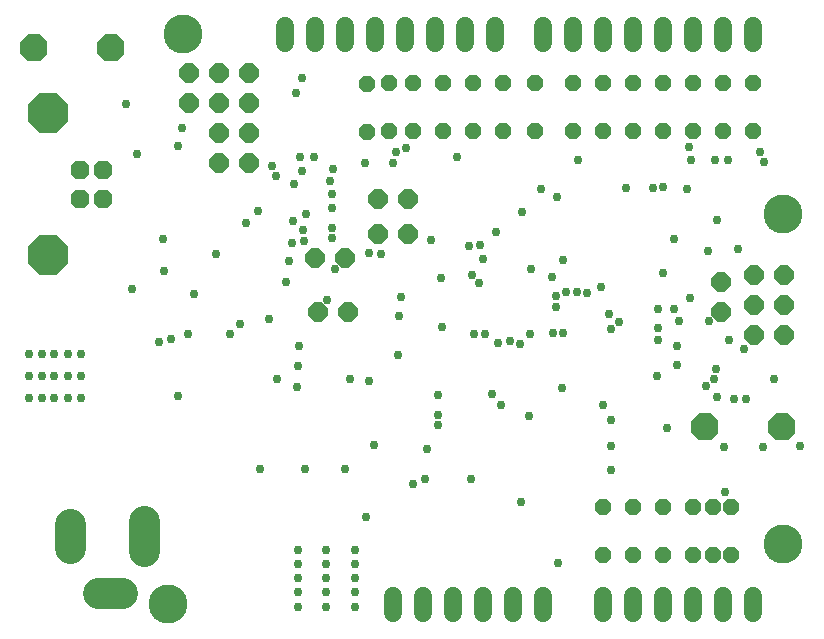
<source format=gbs>
G75*
G70*
%OFA0B0*%
%FSLAX24Y24*%
%IPPOS*%
%LPD*%
%AMOC8*
5,1,8,0,0,1.08239X$1,22.5*
%
%ADD10C,0.1300*%
%ADD11OC8,0.0640*%
%ADD12C,0.0590*%
%ADD13C,0.1024*%
%ADD14OC8,0.0900*%
%ADD15OC8,0.0634*%
%ADD16OC8,0.0555*%
%ADD17OC8,0.0614*%
%ADD18OC8,0.1346*%
%ADD19C,0.0297*%
D10*
X020338Y001575D03*
X040838Y003575D03*
X040838Y014575D03*
X020838Y020575D03*
D11*
X021038Y019275D03*
X022038Y019275D03*
X023038Y019275D03*
X023038Y018275D03*
X022038Y018275D03*
X021038Y018275D03*
X022038Y017275D03*
X023038Y017275D03*
X023038Y016275D03*
X022038Y016275D03*
X039894Y012555D03*
X040894Y012555D03*
X040894Y011555D03*
X039894Y011555D03*
X039894Y010555D03*
X040894Y010555D03*
D12*
X039838Y001850D02*
X039838Y001300D01*
X038838Y001300D02*
X038838Y001850D01*
X037838Y001850D02*
X037838Y001300D01*
X036838Y001300D02*
X036838Y001850D01*
X035838Y001850D02*
X035838Y001300D01*
X034838Y001300D02*
X034838Y001850D01*
X032838Y001850D02*
X032838Y001300D01*
X031838Y001300D02*
X031838Y001850D01*
X030838Y001850D02*
X030838Y001300D01*
X029838Y001300D02*
X029838Y001850D01*
X028838Y001850D02*
X028838Y001300D01*
X027838Y001300D02*
X027838Y001850D01*
X028238Y020300D02*
X028238Y020850D01*
X027238Y020850D02*
X027238Y020300D01*
X026238Y020300D02*
X026238Y020850D01*
X025238Y020850D02*
X025238Y020300D01*
X024238Y020300D02*
X024238Y020850D01*
X029238Y020850D02*
X029238Y020300D01*
X030238Y020300D02*
X030238Y020850D01*
X031238Y020850D02*
X031238Y020300D01*
X032838Y020300D02*
X032838Y020850D01*
X033838Y020850D02*
X033838Y020300D01*
X034838Y020300D02*
X034838Y020850D01*
X035838Y020850D02*
X035838Y020300D01*
X036838Y020300D02*
X036838Y020850D01*
X037838Y020850D02*
X037838Y020300D01*
X038838Y020300D02*
X038838Y020850D01*
X039838Y020850D02*
X039838Y020300D01*
D13*
X017078Y004239D02*
X017078Y003451D01*
X019539Y003353D02*
X019539Y004337D01*
X018811Y001955D02*
X018023Y001955D01*
D14*
X038238Y007475D03*
X040798Y007475D03*
X018448Y020115D03*
X015888Y020115D03*
D15*
X027338Y015075D03*
X028338Y015075D03*
X028338Y013925D03*
X027338Y013925D03*
X026238Y013125D03*
X025238Y013125D03*
X025338Y011325D03*
X026338Y011325D03*
X038788Y011325D03*
X038788Y012325D03*
D16*
X038838Y017335D03*
X037838Y017335D03*
X036838Y017335D03*
X035838Y017335D03*
X034838Y017335D03*
X033838Y017335D03*
X032568Y017335D03*
X031518Y017335D03*
X030518Y017335D03*
X029518Y017335D03*
X028518Y017335D03*
X027718Y017335D03*
X026973Y017330D03*
X026973Y018930D03*
X027718Y018935D03*
X028518Y018935D03*
X029518Y018935D03*
X030518Y018935D03*
X031518Y018935D03*
X032568Y018935D03*
X033838Y018935D03*
X034838Y018935D03*
X035838Y018935D03*
X036838Y018935D03*
X037838Y018935D03*
X038838Y018935D03*
X039838Y018935D03*
X039838Y017335D03*
X039116Y004816D03*
X038500Y004816D03*
X037836Y004816D03*
X036838Y004816D03*
X035838Y004816D03*
X034838Y004816D03*
X034838Y003216D03*
X035838Y003216D03*
X036838Y003216D03*
X037836Y003216D03*
X038500Y003216D03*
X039116Y003216D03*
D17*
X018193Y015083D03*
X017405Y015083D03*
X017405Y016067D03*
X018193Y016067D03*
D18*
X016338Y017945D03*
X016338Y013205D03*
D19*
X019138Y012095D03*
X020198Y012685D03*
X021218Y011915D03*
X022758Y010915D03*
X023698Y011090D03*
X022418Y010575D03*
X021018Y010575D03*
X020438Y010425D03*
X020063Y010325D03*
X017433Y009910D03*
X017008Y009910D03*
X016558Y009910D03*
X016133Y009910D03*
X015708Y009910D03*
X015708Y009185D03*
X016133Y009185D03*
X016558Y009185D03*
X017008Y009185D03*
X017433Y009185D03*
X017433Y008435D03*
X017008Y008435D03*
X016558Y008435D03*
X016133Y008435D03*
X015708Y008435D03*
X020688Y008525D03*
X023988Y009095D03*
X024638Y008815D03*
X026408Y009095D03*
X027058Y009015D03*
X029358Y008555D03*
X029338Y007875D03*
X029338Y007535D03*
X028978Y006755D03*
X027218Y006875D03*
X026238Y006095D03*
X024918Y006095D03*
X023398Y006095D03*
X026938Y004495D03*
X026588Y003400D03*
X025613Y003400D03*
X024688Y003400D03*
X024688Y002925D03*
X025613Y002925D03*
X026588Y002925D03*
X026588Y002450D03*
X025613Y002450D03*
X024688Y002450D03*
X024688Y001975D03*
X025613Y001975D03*
X026588Y001975D03*
X026588Y001500D03*
X025613Y001500D03*
X024688Y001500D03*
X033348Y002960D03*
X032128Y004975D03*
X030458Y005735D03*
X028918Y005735D03*
X028518Y005575D03*
X035098Y006045D03*
X035098Y006835D03*
X036968Y007465D03*
X035098Y007715D03*
X034858Y008225D03*
X033478Y008795D03*
X031438Y008215D03*
X032388Y007865D03*
X031158Y008595D03*
X028018Y009895D03*
X030558Y010595D03*
X030898Y010595D03*
X031338Y010275D03*
X031738Y010335D03*
X032078Y010235D03*
X032398Y010595D03*
X033168Y010625D03*
X033508Y010625D03*
X035128Y010745D03*
X035368Y010995D03*
X035058Y011235D03*
X036678Y011415D03*
X037218Y011415D03*
X037748Y011785D03*
X037368Y011005D03*
X036678Y010795D03*
X036678Y010385D03*
X037298Y010175D03*
X037308Y009545D03*
X036658Y009195D03*
X038288Y008855D03*
X038558Y009075D03*
X038598Y009415D03*
X039538Y010095D03*
X039038Y010385D03*
X038388Y011015D03*
X034788Y012165D03*
X034308Y011965D03*
X033968Y011995D03*
X033628Y011995D03*
X033278Y011835D03*
X033278Y011495D03*
X033148Y012475D03*
X032448Y012755D03*
X033498Y013055D03*
X030863Y013075D03*
X030748Y013555D03*
X030368Y013515D03*
X029118Y013715D03*
X031288Y014000D03*
X032138Y014655D03*
X033298Y015165D03*
X032768Y015405D03*
X034018Y016375D03*
X035628Y015465D03*
X036513Y015450D03*
X036858Y015475D03*
X037658Y015405D03*
X037768Y016375D03*
X038588Y016375D03*
X039008Y016375D03*
X040078Y016655D03*
X040208Y016315D03*
X037728Y016825D03*
X038658Y014375D03*
X037218Y013755D03*
X038338Y013345D03*
X039338Y013405D03*
X036838Y012615D03*
X030718Y012295D03*
X030488Y012565D03*
X029458Y012455D03*
X028098Y011815D03*
X028048Y011175D03*
X029478Y010815D03*
X025658Y011715D03*
X024278Y012325D03*
X025908Y012735D03*
X027038Y013295D03*
X027458Y013235D03*
X025828Y013775D03*
X024868Y013675D03*
X024838Y014035D03*
X025828Y014115D03*
X024508Y014345D03*
X024958Y014585D03*
X025818Y014785D03*
X025808Y015235D03*
X025738Y015695D03*
X024538Y015595D03*
X023948Y015855D03*
X024828Y016025D03*
X025838Y016075D03*
X025218Y016485D03*
X024738Y016475D03*
X023828Y016195D03*
X026913Y016300D03*
X027838Y016275D03*
X027938Y016645D03*
X028278Y016775D03*
X029988Y016500D03*
X024618Y018605D03*
X024818Y019115D03*
X020818Y017465D03*
X020678Y016855D03*
X019298Y016575D03*
X018938Y018255D03*
X023338Y014685D03*
X022943Y014290D03*
X024478Y013625D03*
X024368Y013005D03*
X021963Y013245D03*
X020168Y013755D03*
X024728Y010185D03*
X024688Y009505D03*
X038658Y008485D03*
X039218Y008415D03*
X039598Y008415D03*
X040558Y009075D03*
X040168Y006815D03*
X041408Y006865D03*
X038878Y006805D03*
X038908Y005325D03*
M02*

</source>
